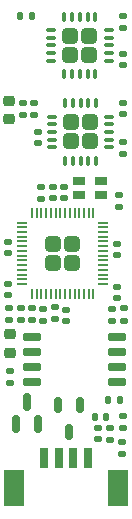
<source format=gbr>
%TF.GenerationSoftware,KiCad,Pcbnew,8.0.0*%
%TF.CreationDate,2025-08-14T01:21:05-07:00*%
%TF.ProjectId,it sure is getting hot in here,69742073-7572-4652-9069-732067657474,rev?*%
%TF.SameCoordinates,Original*%
%TF.FileFunction,Paste,Top*%
%TF.FilePolarity,Positive*%
%FSLAX46Y46*%
G04 Gerber Fmt 4.6, Leading zero omitted, Abs format (unit mm)*
G04 Created by KiCad (PCBNEW 8.0.0) date 2025-08-14 01:21:05*
%MOMM*%
%LPD*%
G01*
G04 APERTURE LIST*
G04 Aperture macros list*
%AMRoundRect*
0 Rectangle with rounded corners*
0 $1 Rounding radius*
0 $2 $3 $4 $5 $6 $7 $8 $9 X,Y pos of 4 corners*
0 Add a 4 corners polygon primitive as box body*
4,1,4,$2,$3,$4,$5,$6,$7,$8,$9,$2,$3,0*
0 Add four circle primitives for the rounded corners*
1,1,$1+$1,$2,$3*
1,1,$1+$1,$4,$5*
1,1,$1+$1,$6,$7*
1,1,$1+$1,$8,$9*
0 Add four rect primitives between the rounded corners*
20,1,$1+$1,$2,$3,$4,$5,0*
20,1,$1+$1,$4,$5,$6,$7,0*
20,1,$1+$1,$6,$7,$8,$9,0*
20,1,$1+$1,$8,$9,$2,$3,0*%
G04 Aperture macros list end*
%ADD10RoundRect,0.135000X0.185000X-0.135000X0.185000X0.135000X-0.185000X0.135000X-0.185000X-0.135000X0*%
%ADD11R,1.000000X0.800000*%
%ADD12RoundRect,0.218750X-0.256250X0.218750X-0.256250X-0.218750X0.256250X-0.218750X0.256250X0.218750X0*%
%ADD13RoundRect,0.140000X-0.170000X0.140000X-0.170000X-0.140000X0.170000X-0.140000X0.170000X0.140000X0*%
%ADD14RoundRect,0.140000X0.170000X-0.140000X0.170000X0.140000X-0.170000X0.140000X-0.170000X-0.140000X0*%
%ADD15RoundRect,0.140000X-0.140000X-0.170000X0.140000X-0.170000X0.140000X0.170000X-0.140000X0.170000X0*%
%ADD16RoundRect,0.250000X-0.405000X0.405000X-0.405000X-0.405000X0.405000X-0.405000X0.405000X0.405000X0*%
%ADD17RoundRect,0.075000X-0.075000X0.337500X-0.075000X-0.337500X0.075000X-0.337500X0.075000X0.337500X0*%
%ADD18RoundRect,0.075000X-0.337500X0.075000X-0.337500X-0.075000X0.337500X-0.075000X0.337500X0.075000X0*%
%ADD19RoundRect,0.135000X-0.185000X0.135000X-0.185000X-0.135000X0.185000X-0.135000X0.185000X0.135000X0*%
%ADD20R,1.800000X3.100000*%
%ADD21R,0.800000X1.800000*%
%ADD22RoundRect,0.150000X-0.150000X0.512500X-0.150000X-0.512500X0.150000X-0.512500X0.150000X0.512500X0*%
%ADD23RoundRect,0.150000X0.150000X-0.587500X0.150000X0.587500X-0.150000X0.587500X-0.150000X-0.587500X0*%
%ADD24RoundRect,0.218750X0.256250X-0.218750X0.256250X0.218750X-0.256250X0.218750X-0.256250X-0.218750X0*%
%ADD25RoundRect,0.135000X-0.135000X-0.185000X0.135000X-0.185000X0.135000X0.185000X-0.135000X0.185000X0*%
%ADD26RoundRect,0.140000X0.140000X0.170000X-0.140000X0.170000X-0.140000X-0.170000X0.140000X-0.170000X0*%
%ADD27RoundRect,0.249999X0.395001X0.395001X-0.395001X0.395001X-0.395001X-0.395001X0.395001X-0.395001X0*%
%ADD28RoundRect,0.050000X0.387500X0.050000X-0.387500X0.050000X-0.387500X-0.050000X0.387500X-0.050000X0*%
%ADD29RoundRect,0.050000X0.050000X0.387500X-0.050000X0.387500X-0.050000X-0.387500X0.050000X-0.387500X0*%
%ADD30RoundRect,0.150000X0.650000X0.150000X-0.650000X0.150000X-0.650000X-0.150000X0.650000X-0.150000X0*%
G04 APERTURE END LIST*
D10*
%TO.C,R12*%
X9480800Y15809200D03*
X9480800Y16829200D03*
%TD*%
%TO.C,R11*%
X10470800Y15834200D03*
X10470800Y16854200D03*
%TD*%
D11*
%TO.C,X1*%
X8469200Y27676400D03*
X6669200Y27676400D03*
X6669200Y26476400D03*
X8469200Y26476400D03*
%TD*%
D12*
%TO.C,D3*%
X705800Y34431700D03*
X705800Y32856700D03*
%TD*%
D13*
%TO.C,C21*%
X660400Y22501800D03*
X660400Y21541800D03*
%TD*%
%TO.C,C9*%
X10405800Y30924200D03*
X10405800Y29964200D03*
%TD*%
D14*
%TO.C,C8*%
X10363200Y33327400D03*
X10363200Y34287400D03*
%TD*%
D10*
%TO.C,R7*%
X9255800Y6754200D03*
X9255800Y5734200D03*
%TD*%
D15*
%TO.C,C3*%
X1675800Y41619200D03*
X2635800Y41619200D03*
%TD*%
D14*
%TO.C,C10*%
X4419600Y26164600D03*
X4419600Y27124600D03*
%TD*%
D13*
%TO.C,C15*%
X1705800Y16874200D03*
X1705800Y15914200D03*
%TD*%
D16*
%TO.C,U1*%
X7590800Y32616700D03*
X5970800Y32616700D03*
X7590800Y30996700D03*
X5970800Y30996700D03*
D17*
X8080800Y34244200D03*
X7430800Y34244200D03*
X6780800Y34244200D03*
X6130800Y34244200D03*
X5480800Y34244200D03*
D18*
X4343300Y33106700D03*
X4343300Y32456700D03*
X4343300Y31806700D03*
X4343300Y31156700D03*
X4343300Y30506700D03*
D17*
X5480800Y29369200D03*
X6130800Y29369200D03*
X6780800Y29369200D03*
X7430800Y29369200D03*
X8080800Y29369200D03*
D18*
X9218300Y30506700D03*
X9218300Y31156700D03*
X9218300Y31806700D03*
X9218300Y32456700D03*
X9218300Y33106700D03*
%TD*%
D13*
%TO.C,C22*%
X635000Y18920400D03*
X635000Y17960400D03*
%TD*%
D19*
%TO.C,R5*%
X3632200Y16816800D03*
X3632200Y15796800D03*
%TD*%
D14*
%TO.C,C12*%
X787400Y11529000D03*
X787400Y10569000D03*
%TD*%
D13*
%TO.C,C19*%
X9880600Y22324000D03*
X9880600Y21364000D03*
%TD*%
D20*
%TO.C,C1000*%
X9985800Y1626700D03*
X1125800Y1626700D03*
D21*
X7425800Y4166700D03*
X6175800Y4166700D03*
X4935800Y4166700D03*
X3675800Y4166700D03*
%TD*%
D22*
%TO.C,U2*%
X5805300Y6431700D03*
X4855300Y8706700D03*
X6755300Y8706700D03*
%TD*%
D23*
%TO.C,Q2*%
X2230800Y8919200D03*
X3180800Y7044200D03*
X1280800Y7044200D03*
%TD*%
D13*
%TO.C,C14*%
X10033000Y26438800D03*
X10033000Y25478800D03*
%TD*%
D24*
%TO.C,D1*%
X805800Y14681700D03*
X805800Y13106700D03*
%TD*%
D13*
%TO.C,C18*%
X5537200Y16761400D03*
X5537200Y15801400D03*
%TD*%
D25*
%TO.C,R3*%
X10085800Y9118600D03*
X9065800Y9118600D03*
%TD*%
D19*
%TO.C,R6*%
X3454400Y27154600D03*
X3454400Y26134600D03*
%TD*%
D13*
%TO.C,C2*%
X10255800Y4549200D03*
X10255800Y5509200D03*
%TD*%
D26*
%TO.C,C16*%
X8003600Y7670800D03*
X8963600Y7670800D03*
%TD*%
D10*
%TO.C,R8*%
X10330800Y7723600D03*
X10330800Y6703600D03*
%TD*%
D13*
%TO.C,C4*%
X10355800Y38399200D03*
X10355800Y37439200D03*
%TD*%
D27*
%TO.C,U6*%
X6070400Y20726600D03*
X6070400Y22326600D03*
X4470400Y20726600D03*
X4470400Y22326600D03*
D28*
X8707900Y18926600D03*
X8707900Y19326600D03*
X8707900Y19726600D03*
X8707900Y20126600D03*
X8707900Y20526600D03*
X8707900Y20926600D03*
X8707900Y21326600D03*
X8707900Y21726600D03*
X8707900Y22126600D03*
X8707900Y22526600D03*
X8707900Y22926600D03*
X8707900Y23326600D03*
X8707900Y23726600D03*
X8707900Y24126600D03*
D29*
X7870400Y24964100D03*
X7470400Y24964100D03*
X7070400Y24964100D03*
X6670400Y24964100D03*
X6270400Y24964100D03*
X5870400Y24964100D03*
X5470400Y24964100D03*
X5070400Y24964100D03*
X4670400Y24964100D03*
X4270400Y24964100D03*
X3870400Y24964100D03*
X3470400Y24964100D03*
X3070400Y24964100D03*
X2670400Y24964100D03*
D28*
X1832900Y24126600D03*
X1832900Y23726600D03*
X1832900Y23326600D03*
X1832900Y22926600D03*
X1832900Y22526600D03*
X1832900Y22126600D03*
X1832900Y21726600D03*
X1832900Y21326600D03*
X1832900Y20926600D03*
X1832900Y20526600D03*
X1832900Y20126600D03*
X1832900Y19726600D03*
X1832900Y19326600D03*
X1832900Y18926600D03*
D29*
X2670400Y18089100D03*
X3070400Y18089100D03*
X3470400Y18089100D03*
X3870400Y18089100D03*
X4270400Y18089100D03*
X4670400Y18089100D03*
X5070400Y18089100D03*
X5470400Y18089100D03*
X5870400Y18089100D03*
X6270400Y18089100D03*
X6670400Y18089100D03*
X7070400Y18089100D03*
X7470400Y18089100D03*
X7870400Y18089100D03*
%TD*%
D19*
%TO.C,R2*%
X2855800Y34229200D03*
X2855800Y33209200D03*
%TD*%
D30*
%TO.C,U5*%
X2630800Y10591800D03*
X2630800Y11861800D03*
X2630800Y13131800D03*
X2630800Y14401800D03*
X9830800Y14401800D03*
X9830800Y13131800D03*
X9830800Y11861800D03*
X9830800Y10591800D03*
%TD*%
D13*
%TO.C,C17*%
X9906000Y18699200D03*
X9906000Y17739200D03*
%TD*%
D14*
%TO.C,C20*%
X5384800Y26164600D03*
X5384800Y27124600D03*
%TD*%
D16*
%TO.C,U3*%
X7528300Y39929200D03*
X5908300Y39929200D03*
X7528300Y38309200D03*
X5908300Y38309200D03*
D17*
X8018300Y41556700D03*
X7368300Y41556700D03*
X6718300Y41556700D03*
X6068300Y41556700D03*
X5418300Y41556700D03*
D18*
X4280800Y40419200D03*
X4280800Y39769200D03*
X4280800Y39119200D03*
X4280800Y38469200D03*
X4280800Y37819200D03*
D17*
X5418300Y36681700D03*
X6068300Y36681700D03*
X6718300Y36681700D03*
X7368300Y36681700D03*
X8018300Y36681700D03*
D18*
X9155800Y37819200D03*
X9155800Y38469200D03*
X9155800Y39119200D03*
X9155800Y39769200D03*
X9155800Y40419200D03*
%TD*%
D19*
%TO.C,R10*%
X10380800Y41654200D03*
X10380800Y40634200D03*
%TD*%
D10*
%TO.C,R9*%
X1905800Y33209200D03*
X1905800Y34229200D03*
%TD*%
%TO.C,R4*%
X4597400Y15949200D03*
X4597400Y16969200D03*
%TD*%
D13*
%TO.C,C7*%
X3155800Y31799200D03*
X3155800Y30839200D03*
%TD*%
%TO.C,C13*%
X2655800Y16874200D03*
X2655800Y15914200D03*
%TD*%
D14*
%TO.C,C1*%
X8230800Y6728400D03*
X8230800Y5768400D03*
%TD*%
D10*
%TO.C,R1*%
X755800Y15909200D03*
X755800Y16929200D03*
%TD*%
M02*

</source>
